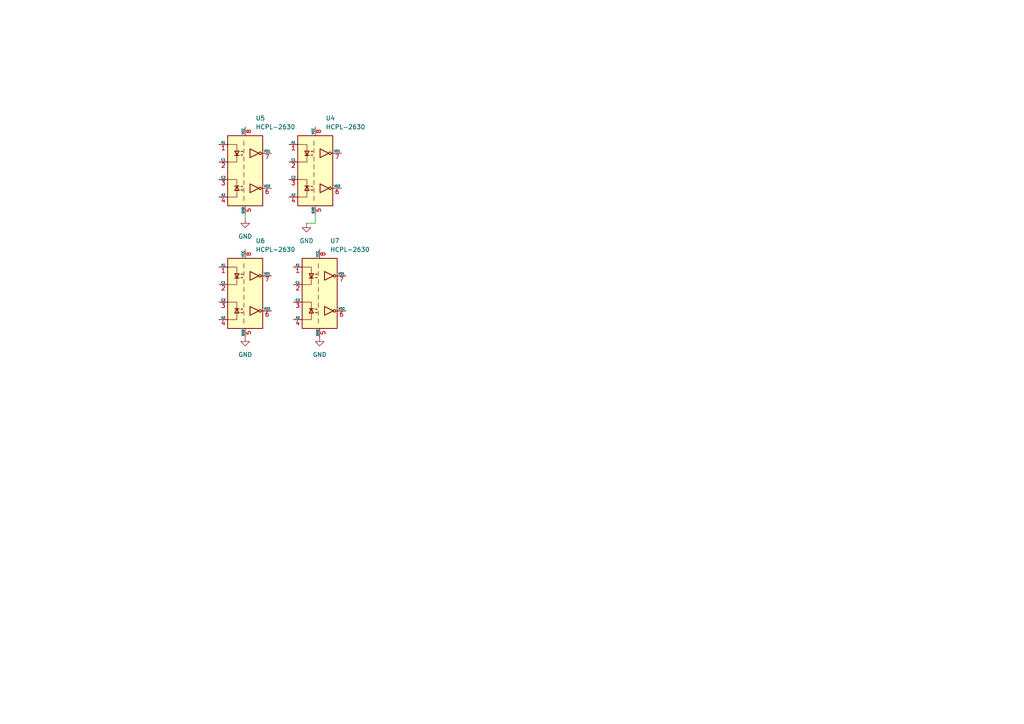
<source format=kicad_sch>
(kicad_sch
	(version 20231120)
	(generator "eeschema")
	(generator_version "8.0")
	(uuid "0865c10c-81c2-4743-bc4a-5fc6c5478664")
	(paper "A4")
	(lib_symbols
		(symbol "Isolator:HCPL-2630"
			(pin_names
				(offset 0)
			)
			(exclude_from_sim no)
			(in_bom yes)
			(on_board yes)
			(property "Reference" "U"
				(at -4.064 11.43 0)
				(effects
					(font
						(size 1.27 1.27)
					)
				)
			)
			(property "Value" "HCPL-2630"
				(at 7.62 11.43 0)
				(effects
					(font
						(size 1.27 1.27)
					)
				)
			)
			(property "Footprint" "Package_DIP:DIP-8_W7.62mm"
				(at 2.54 -18.288 0)
				(effects
					(font
						(size 1.27 1.27)
					)
					(hide yes)
				)
			)
			(property "Datasheet" "https://docs.broadcom.com/docs/AV02-0940EN"
				(at -10.16 8.89 0)
				(effects
					(font
						(size 1.27 1.27)
					)
					(hide yes)
				)
			)
			(property "Description" "Dual High Speed LSTTL/TTL Compatible Optocoupler, dV/dt 5000/us, VCM 1000, max 7V VCC, DIP-8"
				(at 0 0 0)
				(effects
					(font
						(size 1.27 1.27)
					)
					(hide yes)
				)
			)
			(property "ki_keywords" "High speed optically coupled gates"
				(at 0 0 0)
				(effects
					(font
						(size 1.27 1.27)
					)
					(hide yes)
				)
			)
			(property "ki_fp_filters" "DIP*W7.62mm*"
				(at 0 0 0)
				(effects
					(font
						(size 1.27 1.27)
					)
					(hide yes)
				)
			)
			(symbol "HCPL-2630_1_1"
				(rectangle
					(start -5.08 10.16)
					(end 5.08 -10.16)
					(stroke
						(width 0.254)
						(type default)
					)
					(fill
						(type background)
					)
				)
				(polyline
					(pts
						(xy -3.048 -4.445) (xy -1.778 -4.445)
					)
					(stroke
						(width 0.254)
						(type default)
					)
					(fill
						(type none)
					)
				)
				(polyline
					(pts
						(xy -3.048 4.445) (xy -1.778 4.445)
					)
					(stroke
						(width 0.254)
						(type default)
					)
					(fill
						(type none)
					)
				)
				(polyline
					(pts
						(xy -0.381 -7.366) (xy -0.381 -8.636)
					)
					(stroke
						(width 0)
						(type default)
					)
					(fill
						(type none)
					)
				)
				(polyline
					(pts
						(xy -0.381 -5.08) (xy -0.381 -6.35)
					)
					(stroke
						(width 0)
						(type default)
					)
					(fill
						(type none)
					)
				)
				(polyline
					(pts
						(xy -0.381 -2.794) (xy -0.381 -4.064)
					)
					(stroke
						(width 0)
						(type default)
					)
					(fill
						(type none)
					)
				)
				(polyline
					(pts
						(xy -0.381 -0.508) (xy -0.381 -1.778)
					)
					(stroke
						(width 0)
						(type default)
					)
					(fill
						(type none)
					)
				)
				(polyline
					(pts
						(xy -0.381 1.778) (xy -0.381 0.508)
					)
					(stroke
						(width 0)
						(type default)
					)
					(fill
						(type none)
					)
				)
				(polyline
					(pts
						(xy -0.381 4.064) (xy -0.381 2.794)
					)
					(stroke
						(width 0)
						(type default)
					)
					(fill
						(type none)
					)
				)
				(polyline
					(pts
						(xy -0.381 6.35) (xy -0.381 5.08)
					)
					(stroke
						(width 0)
						(type default)
					)
					(fill
						(type none)
					)
				)
				(polyline
					(pts
						(xy -0.381 8.636) (xy -0.381 7.366)
					)
					(stroke
						(width 0)
						(type default)
					)
					(fill
						(type none)
					)
				)
				(polyline
					(pts
						(xy 4.699 -5.08) (xy 5.207 -5.08)
					)
					(stroke
						(width 0)
						(type default)
					)
					(fill
						(type none)
					)
				)
				(polyline
					(pts
						(xy 4.699 5.08) (xy 5.08 5.08)
					)
					(stroke
						(width 0)
						(type default)
					)
					(fill
						(type none)
					)
				)
				(polyline
					(pts
						(xy -4.953 -7.62) (xy -2.413 -7.62) (xy -2.413 -5.715)
					)
					(stroke
						(width 0)
						(type default)
					)
					(fill
						(type none)
					)
				)
				(polyline
					(pts
						(xy -4.953 7.62) (xy -2.413 7.62) (xy -2.413 4.318)
					)
					(stroke
						(width 0)
						(type default)
					)
					(fill
						(type none)
					)
				)
				(polyline
					(pts
						(xy -2.413 -5.842) (xy -2.413 -2.54) (xy -4.953 -2.54)
					)
					(stroke
						(width 0)
						(type default)
					)
					(fill
						(type none)
					)
				)
				(polyline
					(pts
						(xy -2.413 4.445) (xy -2.413 2.54) (xy -4.953 2.54)
					)
					(stroke
						(width 0)
						(type default)
					)
					(fill
						(type none)
					)
				)
				(polyline
					(pts
						(xy -2.413 -4.445) (xy -3.048 -5.715) (xy -1.778 -5.715) (xy -2.413 -4.445)
					)
					(stroke
						(width 0.254)
						(type default)
					)
					(fill
						(type none)
					)
				)
				(polyline
					(pts
						(xy -2.413 4.445) (xy -3.048 5.715) (xy -1.778 5.715) (xy -2.413 4.445)
					)
					(stroke
						(width 0.254)
						(type default)
					)
					(fill
						(type none)
					)
				)
				(polyline
					(pts
						(xy 3.937 -5.08) (xy 1.397 -3.81) (xy 1.397 -6.35) (xy 3.937 -5.08)
					)
					(stroke
						(width 0.254)
						(type default)
					)
					(fill
						(type none)
					)
				)
				(polyline
					(pts
						(xy 3.937 5.08) (xy 1.397 6.35) (xy 1.397 3.81) (xy 3.937 5.08)
					)
					(stroke
						(width 0.254)
						(type default)
					)
					(fill
						(type none)
					)
				)
				(polyline
					(pts
						(xy -1.397 -5.588) (xy -0.635 -5.588) (xy -1.016 -5.715) (xy -1.016 -5.461) (xy -0.635 -5.588)
					)
					(stroke
						(width 0.127)
						(type default)
					)
					(fill
						(type none)
					)
				)
				(polyline
					(pts
						(xy -1.397 -4.572) (xy -0.635 -4.572) (xy -1.016 -4.699) (xy -1.016 -4.445) (xy -0.635 -4.572)
					)
					(stroke
						(width 0.127)
						(type default)
					)
					(fill
						(type none)
					)
				)
				(polyline
					(pts
						(xy -1.397 4.572) (xy -0.635 4.572) (xy -1.016 4.445) (xy -1.016 4.699) (xy -0.635 4.572)
					)
					(stroke
						(width 0.127)
						(type default)
					)
					(fill
						(type none)
					)
				)
				(polyline
					(pts
						(xy -1.397 5.588) (xy -0.635 5.588) (xy -1.016 5.461) (xy -1.016 5.715) (xy -0.635 5.588)
					)
					(stroke
						(width 0.127)
						(type default)
					)
					(fill
						(type none)
					)
				)
				(circle
					(center 4.318 -5.08)
					(radius 0.3556)
					(stroke
						(width 0.254)
						(type default)
					)
					(fill
						(type none)
					)
				)
				(circle
					(center 4.318 5.08)
					(radius 0.3556)
					(stroke
						(width 0.254)
						(type default)
					)
					(fill
						(type none)
					)
				)
				(pin passive line
					(at -7.62 7.62 0)
					(length 2.54)
					(name "A1"
						(effects
							(font
								(size 0.635 0.635)
							)
						)
					)
					(number "1"
						(effects
							(font
								(size 1.27 1.27)
							)
						)
					)
				)
				(pin passive line
					(at -7.62 2.54 0)
					(length 2.54)
					(name "C1"
						(effects
							(font
								(size 0.635 0.635)
							)
						)
					)
					(number "2"
						(effects
							(font
								(size 1.27 1.27)
							)
						)
					)
				)
				(pin passive line
					(at -7.62 -2.54 0)
					(length 2.54)
					(name "C2"
						(effects
							(font
								(size 0.635 0.635)
							)
						)
					)
					(number "3"
						(effects
							(font
								(size 1.27 1.27)
							)
						)
					)
				)
				(pin passive line
					(at -7.62 -7.62 0)
					(length 2.54)
					(name "A2"
						(effects
							(font
								(size 0.635 0.635)
							)
						)
					)
					(number "4"
						(effects
							(font
								(size 1.27 1.27)
							)
						)
					)
				)
				(pin power_in line
					(at 0 -12.7 90)
					(length 2.54)
					(name "GND"
						(effects
							(font
								(size 0.635 0.635)
							)
						)
					)
					(number "5"
						(effects
							(font
								(size 1.27 1.27)
							)
						)
					)
				)
				(pin open_collector line
					(at 7.62 -5.08 180)
					(length 2.54)
					(name "VO2"
						(effects
							(font
								(size 0.635 0.635)
							)
						)
					)
					(number "6"
						(effects
							(font
								(size 1.27 1.27)
							)
						)
					)
				)
				(pin open_collector line
					(at 7.62 5.08 180)
					(length 2.54)
					(name "VO1"
						(effects
							(font
								(size 0.635 0.635)
							)
						)
					)
					(number "7"
						(effects
							(font
								(size 1.27 1.27)
							)
						)
					)
				)
				(pin power_in line
					(at 0 12.7 270)
					(length 2.54)
					(name "VCC"
						(effects
							(font
								(size 0.635 0.635)
							)
						)
					)
					(number "8"
						(effects
							(font
								(size 1.27 1.27)
							)
						)
					)
				)
			)
		)
		(symbol "power:GND"
			(power)
			(pin_numbers hide)
			(pin_names
				(offset 0) hide)
			(exclude_from_sim no)
			(in_bom yes)
			(on_board yes)
			(property "Reference" "#PWR"
				(at 0 -6.35 0)
				(effects
					(font
						(size 1.27 1.27)
					)
					(hide yes)
				)
			)
			(property "Value" "GND"
				(at 0 -3.81 0)
				(effects
					(font
						(size 1.27 1.27)
					)
				)
			)
			(property "Footprint" ""
				(at 0 0 0)
				(effects
					(font
						(size 1.27 1.27)
					)
					(hide yes)
				)
			)
			(property "Datasheet" ""
				(at 0 0 0)
				(effects
					(font
						(size 1.27 1.27)
					)
					(hide yes)
				)
			)
			(property "Description" "Power symbol creates a global label with name \"GND\" , ground"
				(at 0 0 0)
				(effects
					(font
						(size 1.27 1.27)
					)
					(hide yes)
				)
			)
			(property "ki_keywords" "global power"
				(at 0 0 0)
				(effects
					(font
						(size 1.27 1.27)
					)
					(hide yes)
				)
			)
			(symbol "GND_0_1"
				(polyline
					(pts
						(xy 0 0) (xy 0 -1.27) (xy 1.27 -1.27) (xy 0 -2.54) (xy -1.27 -1.27) (xy 0 -1.27)
					)
					(stroke
						(width 0)
						(type default)
					)
					(fill
						(type none)
					)
				)
			)
			(symbol "GND_1_1"
				(pin power_in line
					(at 0 0 270)
					(length 0)
					(name "~"
						(effects
							(font
								(size 1.27 1.27)
							)
						)
					)
					(number "1"
						(effects
							(font
								(size 1.27 1.27)
							)
						)
					)
				)
			)
		)
	)
	(wire
		(pts
			(xy 71.12 62.23) (xy 71.12 63.5)
		)
		(stroke
			(width 0)
			(type default)
		)
		(uuid "b40cdaf8-cab5-4ae8-8e56-ae9cd53129f3")
	)
	(wire
		(pts
			(xy 91.44 62.23) (xy 91.44 64.77)
		)
		(stroke
			(width 0)
			(type default)
		)
		(uuid "ba26a062-bf79-40fd-b702-3ac985e3495a")
	)
	(wire
		(pts
			(xy 91.44 64.77) (xy 88.9 64.77)
		)
		(stroke
			(width 0)
			(type default)
		)
		(uuid "f827cca6-fb67-4d6f-97f8-e69e83214dc7")
	)
	(symbol
		(lib_id "power:GND")
		(at 88.9 64.77 0)
		(unit 1)
		(exclude_from_sim no)
		(in_bom yes)
		(on_board yes)
		(dnp no)
		(fields_autoplaced yes)
		(uuid "32731ff4-6ff8-44f6-95b2-4e4d349b2704")
		(property "Reference" "#PWR023"
			(at 88.9 71.12 0)
			(effects
				(font
					(size 1.27 1.27)
				)
				(hide yes)
			)
		)
		(property "Value" "GND"
			(at 88.9 69.85 0)
			(effects
				(font
					(size 1.27 1.27)
				)
			)
		)
		(property "Footprint" ""
			(at 88.9 64.77 0)
			(effects
				(font
					(size 1.27 1.27)
				)
				(hide yes)
			)
		)
		(property "Datasheet" ""
			(at 88.9 64.77 0)
			(effects
				(font
					(size 1.27 1.27)
				)
				(hide yes)
			)
		)
		(property "Description" "Power symbol creates a global label with name \"GND\" , ground"
			(at 88.9 64.77 0)
			(effects
				(font
					(size 1.27 1.27)
				)
				(hide yes)
			)
		)
		(pin "1"
			(uuid "269ae110-5263-4497-ad43-000c245fbf1c")
		)
		(instances
			(project "NEOCERA_jnr_project"
				(path "/a8746ab6-0163-416c-99f9-0036ded73fc6/88df64fe-9eda-4a8b-8895-ba5d4a8e12c9"
					(reference "#PWR023")
					(unit 1)
				)
			)
		)
	)
	(symbol
		(lib_id "Isolator:HCPL-2630")
		(at 71.12 49.53 0)
		(unit 1)
		(exclude_from_sim no)
		(in_bom yes)
		(on_board yes)
		(dnp no)
		(fields_autoplaced yes)
		(uuid "474661a3-a1f2-41fd-ac6c-00c8e2ed4a5e")
		(property "Reference" "U5"
			(at 74.1365 34.29 0)
			(effects
				(font
					(size 1.27 1.27)
				)
				(justify left)
			)
		)
		(property "Value" "HCPL-2630"
			(at 74.1365 36.83 0)
			(effects
				(font
					(size 1.27 1.27)
				)
				(justify left)
			)
		)
		(property "Footprint" "Package_DIP:DIP-8_W7.62mm"
			(at 73.66 67.818 0)
			(effects
				(font
					(size 1.27 1.27)
				)
				(hide yes)
			)
		)
		(property "Datasheet" "https://docs.broadcom.com/docs/AV02-0940EN"
			(at 60.96 40.64 0)
			(effects
				(font
					(size 1.27 1.27)
				)
				(hide yes)
			)
		)
		(property "Description" "Dual High Speed LSTTL/TTL Compatible Optocoupler, dV/dt 5000/us, VCM 1000, max 7V VCC, DIP-8"
			(at 71.12 49.53 0)
			(effects
				(font
					(size 1.27 1.27)
				)
				(hide yes)
			)
		)
		(pin "1"
			(uuid "efb49b51-e592-4251-8278-742af1ef6672")
		)
		(pin "6"
			(uuid "47a18822-7e8d-4a6e-8702-8d0464063fef")
		)
		(pin "7"
			(uuid "ab759046-cb63-4eac-98ae-77d6ba8b2472")
		)
		(pin "3"
			(uuid "9c156cbf-fd09-40f8-adcb-530045289e5d")
		)
		(pin "8"
			(uuid "02470ac5-4e39-4207-bee6-f4f1ddf5d1ad")
		)
		(pin "4"
			(uuid "8c872311-6918-4dda-a1bc-da9ee375ba41")
		)
		(pin "5"
			(uuid "1f906451-43ef-4fe8-a7fe-1e5a67bf3cfc")
		)
		(pin "2"
			(uuid "c18c2b1d-65b2-4df2-a52a-32b2ffa6d66d")
		)
		(instances
			(project ""
				(path "/a8746ab6-0163-416c-99f9-0036ded73fc6/88df64fe-9eda-4a8b-8895-ba5d4a8e12c9"
					(reference "U5")
					(unit 1)
				)
			)
		)
	)
	(symbol
		(lib_id "Isolator:HCPL-2630")
		(at 71.12 85.09 0)
		(unit 1)
		(exclude_from_sim no)
		(in_bom yes)
		(on_board yes)
		(dnp no)
		(fields_autoplaced yes)
		(uuid "642dbcb1-6bd7-41a7-a31d-ce2d4869f1fb")
		(property "Reference" "U6"
			(at 74.1365 69.85 0)
			(effects
				(font
					(size 1.27 1.27)
				)
				(justify left)
			)
		)
		(property "Value" "HCPL-2630"
			(at 74.1365 72.39 0)
			(effects
				(font
					(size 1.27 1.27)
				)
				(justify left)
			)
		)
		(property "Footprint" "Package_DIP:DIP-8_W7.62mm"
			(at 73.66 103.378 0)
			(effects
				(font
					(size 1.27 1.27)
				)
				(hide yes)
			)
		)
		(property "Datasheet" "https://docs.broadcom.com/docs/AV02-0940EN"
			(at 60.96 76.2 0)
			(effects
				(font
					(size 1.27 1.27)
				)
				(hide yes)
			)
		)
		(property "Description" "Dual High Speed LSTTL/TTL Compatible Optocoupler, dV/dt 5000/us, VCM 1000, max 7V VCC, DIP-8"
			(at 71.12 85.09 0)
			(effects
				(font
					(size 1.27 1.27)
				)
				(hide yes)
			)
		)
		(pin "1"
			(uuid "4cd4d8ac-3d16-4f4c-9eeb-10e3a7c6e2f5")
		)
		(pin "6"
			(uuid "6e707c6d-eca4-462f-89ef-d1f17bc83ea4")
		)
		(pin "7"
			(uuid "54999237-c424-446f-a6ba-4112db8e80b9")
		)
		(pin "3"
			(uuid "2dff1e40-c284-4938-be41-2631218079b0")
		)
		(pin "8"
			(uuid "9b4dea46-f80f-49f8-ba6e-d664d8419894")
		)
		(pin "4"
			(uuid "0051a585-e431-4d9d-96ad-1efd9ed89e41")
		)
		(pin "5"
			(uuid "5e5103ef-5fc3-4a7b-9780-7e6df4a381c0")
		)
		(pin "2"
			(uuid "5fdf32dd-a1f1-413c-8deb-a4d32b483376")
		)
		(instances
			(project "NEOCERA_jnr_project"
				(path "/a8746ab6-0163-416c-99f9-0036ded73fc6/88df64fe-9eda-4a8b-8895-ba5d4a8e12c9"
					(reference "U6")
					(unit 1)
				)
			)
		)
	)
	(symbol
		(lib_id "power:GND")
		(at 71.12 97.79 0)
		(unit 1)
		(exclude_from_sim no)
		(in_bom yes)
		(on_board yes)
		(dnp no)
		(fields_autoplaced yes)
		(uuid "93fd71ca-856c-45cd-a34f-b1cc807f4e38")
		(property "Reference" "#PWR024"
			(at 71.12 104.14 0)
			(effects
				(font
					(size 1.27 1.27)
				)
				(hide yes)
			)
		)
		(property "Value" "GND"
			(at 71.12 102.87 0)
			(effects
				(font
					(size 1.27 1.27)
				)
			)
		)
		(property "Footprint" ""
			(at 71.12 97.79 0)
			(effects
				(font
					(size 1.27 1.27)
				)
				(hide yes)
			)
		)
		(property "Datasheet" ""
			(at 71.12 97.79 0)
			(effects
				(font
					(size 1.27 1.27)
				)
				(hide yes)
			)
		)
		(property "Description" "Power symbol creates a global label with name \"GND\" , ground"
			(at 71.12 97.79 0)
			(effects
				(font
					(size 1.27 1.27)
				)
				(hide yes)
			)
		)
		(pin "1"
			(uuid "6edba3d9-1759-44ac-ad7b-c2de0dd74c64")
		)
		(instances
			(project "NEOCERA_jnr_project"
				(path "/a8746ab6-0163-416c-99f9-0036ded73fc6/88df64fe-9eda-4a8b-8895-ba5d4a8e12c9"
					(reference "#PWR024")
					(unit 1)
				)
			)
		)
	)
	(symbol
		(lib_id "Isolator:HCPL-2630")
		(at 92.71 85.09 0)
		(unit 1)
		(exclude_from_sim no)
		(in_bom yes)
		(on_board yes)
		(dnp no)
		(fields_autoplaced yes)
		(uuid "abd379f4-9bbe-4197-8d62-27d61be29338")
		(property "Reference" "U7"
			(at 95.7265 69.85 0)
			(effects
				(font
					(size 1.27 1.27)
				)
				(justify left)
			)
		)
		(property "Value" "HCPL-2630"
			(at 95.7265 72.39 0)
			(effects
				(font
					(size 1.27 1.27)
				)
				(justify left)
			)
		)
		(property "Footprint" "Package_DIP:DIP-8_W7.62mm"
			(at 95.25 103.378 0)
			(effects
				(font
					(size 1.27 1.27)
				)
				(hide yes)
			)
		)
		(property "Datasheet" "https://docs.broadcom.com/docs/AV02-0940EN"
			(at 82.55 76.2 0)
			(effects
				(font
					(size 1.27 1.27)
				)
				(hide yes)
			)
		)
		(property "Description" "Dual High Speed LSTTL/TTL Compatible Optocoupler, dV/dt 5000/us, VCM 1000, max 7V VCC, DIP-8"
			(at 92.71 85.09 0)
			(effects
				(font
					(size 1.27 1.27)
				)
				(hide yes)
			)
		)
		(pin "1"
			(uuid "1c249a54-27b5-4712-97dd-705a83f77a12")
		)
		(pin "6"
			(uuid "12e1141b-dbe4-41fc-9b82-cdb6166bb8f3")
		)
		(pin "7"
			(uuid "1519eca1-8d2b-4f47-ac26-1a384988daff")
		)
		(pin "3"
			(uuid "316f400e-29a3-4585-8886-19191e2627da")
		)
		(pin "8"
			(uuid "724e5b43-4b40-4f15-9f23-51a38bc2c2b7")
		)
		(pin "4"
			(uuid "240eb239-d006-4839-b1cf-626ed067e3f0")
		)
		(pin "5"
			(uuid "26eb5865-2116-44c9-9775-119e25560f16")
		)
		(pin "2"
			(uuid "ed2de4b1-c826-4c57-97c4-8833731a18ea")
		)
		(instances
			(project "NEOCERA_jnr_project"
				(path "/a8746ab6-0163-416c-99f9-0036ded73fc6/88df64fe-9eda-4a8b-8895-ba5d4a8e12c9"
					(reference "U7")
					(unit 1)
				)
			)
		)
	)
	(symbol
		(lib_id "power:GND")
		(at 92.71 97.79 0)
		(unit 1)
		(exclude_from_sim no)
		(in_bom yes)
		(on_board yes)
		(dnp no)
		(fields_autoplaced yes)
		(uuid "ae0c7929-0487-464b-b5bb-614b03d6596b")
		(property "Reference" "#PWR025"
			(at 92.71 104.14 0)
			(effects
				(font
					(size 1.27 1.27)
				)
				(hide yes)
			)
		)
		(property "Value" "GND"
			(at 92.71 102.87 0)
			(effects
				(font
					(size 1.27 1.27)
				)
			)
		)
		(property "Footprint" ""
			(at 92.71 97.79 0)
			(effects
				(font
					(size 1.27 1.27)
				)
				(hide yes)
			)
		)
		(property "Datasheet" ""
			(at 92.71 97.79 0)
			(effects
				(font
					(size 1.27 1.27)
				)
				(hide yes)
			)
		)
		(property "Description" "Power symbol creates a global label with name \"GND\" , ground"
			(at 92.71 97.79 0)
			(effects
				(font
					(size 1.27 1.27)
				)
				(hide yes)
			)
		)
		(pin "1"
			(uuid "292d4d4f-7e27-4b0f-a34b-d701287bbbed")
		)
		(instances
			(project "NEOCERA_jnr_project"
				(path "/a8746ab6-0163-416c-99f9-0036ded73fc6/88df64fe-9eda-4a8b-8895-ba5d4a8e12c9"
					(reference "#PWR025")
					(unit 1)
				)
			)
		)
	)
	(symbol
		(lib_id "Isolator:HCPL-2630")
		(at 91.44 49.53 0)
		(unit 1)
		(exclude_from_sim no)
		(in_bom yes)
		(on_board yes)
		(dnp no)
		(fields_autoplaced yes)
		(uuid "b4879753-fb01-4ac2-bf0c-0f83df62513c")
		(property "Reference" "U4"
			(at 94.4565 34.29 0)
			(effects
				(font
					(size 1.27 1.27)
				)
				(justify left)
			)
		)
		(property "Value" "HCPL-2630"
			(at 94.4565 36.83 0)
			(effects
				(font
					(size 1.27 1.27)
				)
				(justify left)
			)
		)
		(property "Footprint" "Package_DIP:DIP-8_W7.62mm"
			(at 93.98 67.818 0)
			(effects
				(font
					(size 1.27 1.27)
				)
				(hide yes)
			)
		)
		(property "Datasheet" "https://docs.broadcom.com/docs/AV02-0940EN"
			(at 81.28 40.64 0)
			(effects
				(font
					(size 1.27 1.27)
				)
				(hide yes)
			)
		)
		(property "Description" "Dual High Speed LSTTL/TTL Compatible Optocoupler, dV/dt 5000/us, VCM 1000, max 7V VCC, DIP-8"
			(at 91.44 49.53 0)
			(effects
				(font
					(size 1.27 1.27)
				)
				(hide yes)
			)
		)
		(pin "1"
			(uuid "6e4fddb6-14d5-4e34-86d1-4dbe77fa098c")
		)
		(pin "6"
			(uuid "fa04bfec-2c3e-4919-9cd9-98f3eae023cd")
		)
		(pin "7"
			(uuid "a1738537-3026-4740-b650-b0900f48eed8")
		)
		(pin "3"
			(uuid "0df383e2-90e4-48ad-85f3-a429fbcf607f")
		)
		(pin "8"
			(uuid "5c7f8c10-9705-400d-957f-e4755b869c85")
		)
		(pin "4"
			(uuid "1cfb408b-5a55-48c3-8040-7726d558d73e")
		)
		(pin "5"
			(uuid "102aaf5c-1d4d-4cbc-af70-0d929fa1d761")
		)
		(pin "2"
			(uuid "477bf9f6-c32a-4871-aa9b-5010c5e90223")
		)
		(instances
			(project "NEOCERA_jnr_project"
				(path "/a8746ab6-0163-416c-99f9-0036ded73fc6/88df64fe-9eda-4a8b-8895-ba5d4a8e12c9"
					(reference "U4")
					(unit 1)
				)
			)
		)
	)
	(symbol
		(lib_id "power:GND")
		(at 71.12 63.5 0)
		(unit 1)
		(exclude_from_sim no)
		(in_bom yes)
		(on_board yes)
		(dnp no)
		(fields_autoplaced yes)
		(uuid "ecde02f5-2bb0-4075-bbb8-db2c04c134e6")
		(property "Reference" "#PWR018"
			(at 71.12 69.85 0)
			(effects
				(font
					(size 1.27 1.27)
				)
				(hide yes)
			)
		)
		(property "Value" "GND"
			(at 71.12 68.58 0)
			(effects
				(font
					(size 1.27 1.27)
				)
			)
		)
		(property "Footprint" ""
			(at 71.12 63.5 0)
			(effects
				(font
					(size 1.27 1.27)
				)
				(hide yes)
			)
		)
		(property "Datasheet" ""
			(at 71.12 63.5 0)
			(effects
				(font
					(size 1.27 1.27)
				)
				(hide yes)
			)
		)
		(property "Description" "Power symbol creates a global label with name \"GND\" , ground"
			(at 71.12 63.5 0)
			(effects
				(font
					(size 1.27 1.27)
				)
				(hide yes)
			)
		)
		(pin "1"
			(uuid "89cbc26f-378c-42b6-b71d-46da855b0a2c")
		)
		(instances
			(project ""
				(path "/a8746ab6-0163-416c-99f9-0036ded73fc6/88df64fe-9eda-4a8b-8895-ba5d4a8e12c9"
					(reference "#PWR018")
					(unit 1)
				)
			)
		)
	)
)

</source>
